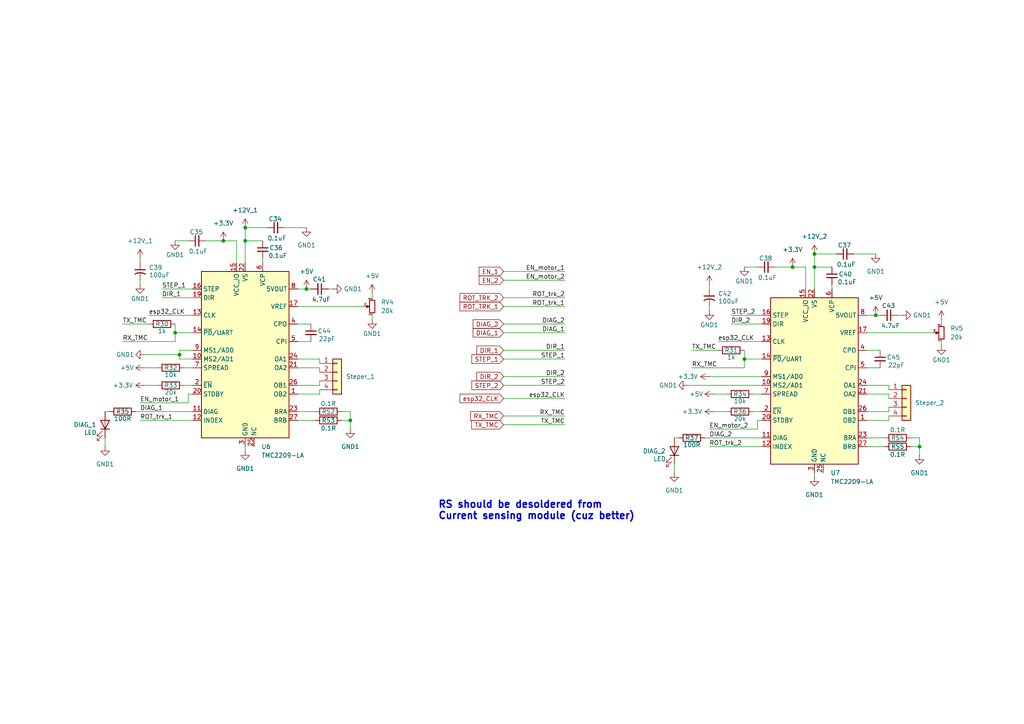
<source format=kicad_sch>
(kicad_sch (version 20250114) (generator "eeschema") (generator_version "9.0")
  (paper "A4")
  (lib_symbols
    (symbol "Device:C_Small" (pin_numbers (hide yes)) (pin_names (offset 0.254) (hide yes))
      (property "Reference" "C" (at 0.254 1.778 0))
      (property "Value" "C_Small" (at 0.254 -2.032 0))
      (symbol "C_Small_0_1"
        (polyline (pts (xy -1.524 0.508) (xy 1.524 0.508)) (stroke (width 0.3048)))
        (polyline (pts (xy -1.524 -0.508) (xy 1.524 -0.508)) (stroke (width 0.3302)))
      )
      (symbol "C_Small_1_1"
        (pin passive line (at 0 2.54 270) (length 2.032) (name "~") (number "1"))
        (pin passive line (at 0 -2.54 90) (length 2.032) (name "~") (number "2"))
      )
    )
    (symbol "Device:C_Small_US" (pin_numbers (hide yes)) (pin_names (offset 0.254) (hide yes))
      (property "Reference" "C" (at 0.254 1.778 0))
      (property "Value" "C_Small_US" (at 0.254 -2.032 0))
      (symbol "C_Small_US_0_1"
        (polyline (pts (xy -1.524 0.508) (xy 1.524 0.508)) (stroke (width 0.3048)))
        (arc (start -1.524 -0.762) (mid 0 -0.3734) (end 1.524 -0.762) (stroke (width 0.3048)))
      )
      (symbol "C_Small_US_1_1"
        (pin passive line (at 0 2.54 270) (length 2.032) (name "~") (number "1"))
        (pin passive line (at 0 -2.54 90) (length 2.032) (name "~") (number "2"))
      )
    )
    (symbol "Device:LED" (pin_numbers (hide yes)) (pin_names (offset 1.016) (hide yes))
      (property "Reference" "D" (at 0 2.54 0))
      (property "Value" "LED" (at 0 -2.54 0))
      (symbol "LED_0_1"
        (polyline (pts (xy -3.048 -0.762) (xy -4.572 -2.286) (xy -3.81 -2.286) (xy -4.572 -2.286) (xy -4.572 -1.524)))
        (polyline (pts (xy -1.778 -0.762) (xy -3.302 -2.286) (xy -2.54 -2.286) (xy -3.302 -2.286) (xy -3.302 -1.524)))
        (polyline (pts (xy -1.27 0) (xy 1.27 0)))
        (polyline (pts (xy -1.27 -1.27) (xy -1.27 1.27)) (stroke (width 0.254)))
        (polyline (pts (xy 1.27 -1.27) (xy 1.27 1.27) (xy -1.27 0) (xy 1.27 -1.27)) (stroke (width 0.254)))
      )
      (symbol "LED_1_1"
        (pin passive line (at -3.81 0 0) (length 2.54) (name "K") (number "1"))
        (pin passive line (at 3.81 0 180) (length 2.54) (name "A") (number "2"))
      )
    )
    (symbol "Device:R" (pin_numbers (hide yes)) (pin_names (offset 0))
      (property "Reference" "R" (at 2.032 0 90))
      (property "Value" "R" (at 0 0 90))
      (symbol "R_0_1"
        (rectangle (start -1.016 -2.54) (end 1.016 2.54) (stroke (width 0.254)))
      )
      (symbol "R_1_1"
        (pin passive line (at 0 3.81 270) (length 1.27) (name "~") (number "1"))
        (pin passive line (at 0 -3.81 90) (length 1.27) (name "~") (number "2"))
      )
    )
    (symbol "Device:R_Potentiometer_Small" (pin_names (offset 1.016) (hide yes))
      (property "Reference" "RV" (at -4.445 0 90))
      (property "Value" "R_Potentiometer_Small" (at -2.54 0 90))
      (symbol "R_Potentiometer_Small_0_1"
        (rectangle (start 0.762 1.8034) (end -0.762 -1.8034) (stroke (width 0.254)))
        (polyline (pts (xy 0.889 0) (xy 0.635 0) (xy 1.651 0.381) (xy 1.651 -0.381) (xy 0.635 0) (xy 0.889 0)) (fill (type outline)))
      )
      (symbol "R_Potentiometer_Small_1_1"
        (pin passive line (at 0 2.54 270) (length 0.635) (name "1") (number "1"))
        (pin passive line (at 0 -2.54 90) (length 0.635) (name "3") (number "3"))
        (pin passive line (at 2.54 0 180) (length 0.9906) (name "2") (number "2"))
      )
    )
    (symbol "Driver_Motor:TMC2209-LA"
      (property "Reference" "U" (at -11.684 26.924 0))
      (property "Value" "TMC2209-LA" (at 13.208 26.924 0))
      (symbol "TMC2209-LA_0_1"
        (rectangle (start -12.7 25.4) (end 12.7 -22.86) (stroke (width 0.254)) (fill (type background)))
      )
      (symbol "TMC2209-LA_1_1"
        (pin input line (at -15.24 20.32 0) (length 2.54) (name "STEP") (number "16"))
        (pin input line (at -15.24 17.78 0) (length 2.54) (name "DIR") (number "19"))
        (pin input line (at -15.24 12.7 0) (length 2.54) (name "CLK") (number "13"))
        (pin bidirectional line (at -15.24 7.62 0) (length 2.54) (name "~{PD}/UART") (number "14"))
        (pin input line (at -15.24 2.54 0) (length 2.54) (name "MS1/AD0") (number "9"))
        (pin input line (at -15.24 0 0) (length 2.54) (name "MS2/AD1") (number "10"))
        (pin input line (at -15.24 -2.54 0) (length 2.54) (name "SPREAD") (number "7"))
        (pin input line (at -15.24 -7.62 0) (length 2.54) (name "~{EN}") (number "2"))
        (pin input line (at -15.24 -10.16 0) (length 2.54) (name "STDBY") (number "20"))
        (pin output line (at -15.24 -15.24 0) (length 2.54) (name "DIAG") (number "11"))
        (pin output line (at -15.24 -17.78 0) (length 2.54) (name "INDEX") (number "12"))
        (pin power_in line (at -2.54 27.94 270) (length 2.54) (name "VCC_IO") (number "15"))
        (pin power_in line (at 0 27.94 270) (length 2.54) (name "VS") (number "22"))
        (pin passive line (at 0 27.94 270) (length 2.54) (hide yes) (name "VS") (number "28"))
        (pin passive line (at 0 -25.4 90) (length 2.54) (hide yes) (name "GND") (number "18"))
        (pin passive line (at 0 -25.4 90) (length 2.54) (hide yes) (name "GND") (number "29"))
        (pin power_in line (at 0 -25.4 90) (length 2.54) (name "GND") (number "3"))
        (pin passive line (at 2.54 -25.4 90) (length 2.54) (name "NC") (number "25"))
        (pin output line (at 5.08 27.94 270) (length 2.54) (name "VCP") (number "6"))
        (pin power_out line (at 15.24 20.32 180) (length 2.54) (name "5VOUT") (number "8"))
        (pin passive line (at 15.24 15.24 180) (length 2.54) (name "VREF") (number "17"))
        (pin input line (at 15.24 10.16 180) (length 2.54) (name "CPO") (number "4"))
        (pin input line (at 15.24 5.08 180) (length 2.54) (name "CPI") (number "5"))
        (pin output line (at 15.24 0 180) (length 2.54) (name "OA1") (number "24"))
        (pin output line (at 15.24 -2.54 180) (length 2.54) (name "OA2") (number "21"))
        (pin output line (at 15.24 -7.62 180) (length 2.54) (name "OB1") (number "26"))
        (pin output line (at 15.24 -10.16 180) (length 2.54) (name "OB2") (number "1"))
        (pin input line (at 15.24 -15.24 180) (length 2.54) (name "BRA") (number "23"))
        (pin input line (at 15.24 -17.78 180) (length 2.54) (name "BRB") (number "27"))
      )
    )
    (symbol "PCM_4ms_Connector:Conn_01x04" (pin_names (offset 1.016) (hide yes))
      (property "Reference" "J" (at 0 5.08 0))
      (property "Value" "Conn_01x04" (at 0 -7.62 0))
      (symbol "Conn_01x04_1_1"
        (rectangle (start -1.27 3.81) (end 1.27 -6.35) (stroke (width 0.254)) (fill (type background)))
        (rectangle (start -1.27 2.667) (end 0 2.413) (stroke (width 0.1524)))
        (rectangle (start -1.27 0.127) (end 0 -0.127) (stroke (width 0.1524)))
        (rectangle (start -1.27 -2.413) (end 0 -2.667) (stroke (width 0.1524)))
        (rectangle (start -1.27 -4.953) (end 0 -5.207) (stroke (width 0.1524)))
        (pin passive line (at -5.08 2.54 0) (length 3.81) (name "Pin_1") (number "1"))
        (pin passive line (at -5.08 0 0) (length 3.81) (name "Pin_2") (number "2"))
        (pin passive line (at -5.08 -2.54 0) (length 3.81) (name "Pin_3") (number "3"))
        (pin passive line (at -5.08 -5.08 0) (length 3.81) (name "Pin_4") (number "4"))
      )
    )
    (symbol "power:+12V" (power) (pin_numbers (hide yes)) (pin_names (offset 0) (hide yes))
      (property "Value" "+12V" (at 0 3.556 0))
      (symbol "+12V_0_1"
        (polyline (pts (xy -0.762 1.27) (xy 0 2.54)))
        (polyline (pts (xy 0 2.54) (xy 0.762 1.27)))
        (polyline (pts (xy 0 0) (xy 0 2.54)))
      )
      (symbol "+12V_1_1"
        (pin power_in line (at 0 0 90) (length 0) (name "~") (number "1"))
      )
    )
    (symbol "power:+3.3V" (power) (pin_numbers (hide yes)) (pin_names (offset 0) (hide yes))
      (property "Value" "+3.3V" (at 0 3.556 0))
      (symbol "+3.3V_0_1"
        (polyline (pts (xy -0.762 1.27) (xy 0 2.54)))
        (polyline (pts (xy 0 2.54) (xy 0.762 1.27)))
        (polyline (pts (xy 0 0) (xy 0 2.54)))
      )
      (symbol "+3.3V_1_1"
        (pin power_in line (at 0 0 90) (length 0) (name "~") (number "1"))
      )
    )
    (symbol "power:+5V" (power) (pin_numbers (hide yes)) (pin_names (offset 0) (hide yes))
      (property "Value" "+5V" (at 0 3.556 0))
      (symbol "+5V_0_1"
        (polyline (pts (xy -0.762 1.27) (xy 0 2.54)))
        (polyline (pts (xy 0 2.54) (xy 0.762 1.27)))
        (polyline (pts (xy 0 0) (xy 0 2.54)))
      )
      (symbol "+5V_1_1"
        (pin power_in line (at 0 0 90) (length 0) (name "~") (number "1"))
      )
    )
    (symbol "power:GND" (power) (pin_numbers (hide yes)) (pin_names (offset 0) (hide yes))
      (property "Value" "GND" (at 0 -3.81 0))
      (symbol "GND_0_1"
        (polyline (pts (xy 0 0) (xy 0 -1.27) (xy 1.27 -1.27) (xy 0 -2.54) (xy -1.27 -1.27) (xy 0 -1.27)))
      )
      (symbol "GND_1_1"
        (pin power_in line (at 0 0 270) (length 0) (name "~") (number "1"))
      )
    )
  )
  (text "RS should be desoldered from \nCurrent sensing module (cuz better)" (at 127 148.082 0) (effects (font (size 2.032 2.032) (thickness 0.4064) (bold yes)) (justify left)))
  (junction (at 101.6 121.92))
  (junction (at 52.07 102.87))
  (junction (at 254 91.44))
  (junction (at 236.22 73.66))
  (junction (at 71.12 69.85))
  (junction (at 266.7 129.54))
  (junction (at 236.22 77.47))
  (junction (at 64.77 69.85))
  (junction (at 229.87 77.47))
  (junction (at 50.8 96.52))
  (junction (at 215.9 104.14))
  (junction (at 88.9 83.82))
  (junction (at 71.12 66.04))
  (wire (pts (xy 266.7 127) (xy 266.7 129.54)))
  (wire (pts (xy 43.18 93.98) (xy 35.56 93.98)))
  (wire (pts (xy 251.46 96.52) (xy 270.51 96.52)))
  (wire (pts (xy 92.71 111.76) (xy 92.71 110.49)))
  (wire (pts (xy 208.28 101.6) (xy 200.66 101.6)))
  (wire (pts (xy 207.01 114.3) (xy 210.82 114.3)))
  (wire (pts (xy 101.6 124.46) (xy 101.6 121.92)))
  (wire (pts (xy 41.91 111.76) (xy 45.72 111.76)))
  (wire (pts (xy 212.09 91.44) (xy 220.98 91.44)))
  (wire (pts (xy 86.36 83.82) (xy 88.9 83.82)))
  (wire (pts (xy 59.69 69.85) (xy 64.77 69.85)))
  (wire (pts (xy 146.05 93.98) (xy 163.83 93.98)))
  (wire (pts (xy 200.66 106.68) (xy 215.9 106.68)))
  (wire (pts (xy 236.22 77.47) (xy 241.3 77.47)))
  (wire (pts (xy 68.58 69.85) (xy 68.58 76.2)))
  (wire (pts (xy 251.46 106.68) (xy 255.27 106.68)))
  (wire (pts (xy 92.71 106.68) (xy 86.36 106.68)))
  (wire (pts (xy 218.44 114.3) (xy 220.98 114.3)))
  (wire (pts (xy 30.48 127) (xy 30.48 129.54)))
  (wire (pts (xy 273.05 99.06) (xy 273.05 100.33)))
  (wire (pts (xy 207.01 119.38) (xy 210.82 119.38)))
  (wire (pts (xy 146.05 111.76) (xy 163.83 111.76)))
  (wire (pts (xy 218.44 119.38) (xy 220.98 119.38)))
  (wire (pts (xy 64.77 69.85) (xy 68.58 69.85)))
  (wire (pts (xy 99.06 119.38) (xy 101.6 119.38)))
  (wire (pts (xy 254 91.44) (xy 255.27 91.44)))
  (wire (pts (xy 146.05 120.65) (xy 163.83 120.65)))
  (wire (pts (xy 50.8 93.98) (xy 50.8 96.52)))
  (wire (pts (xy 257.81 121.92) (xy 251.46 121.92)))
  (wire (pts (xy 92.71 111.76) (xy 86.36 111.76)))
  (wire (pts (xy 86.36 121.92) (xy 91.44 121.92)))
  (wire (pts (xy 215.9 101.6) (xy 215.9 104.14)))
  (wire (pts (xy 205.74 109.22) (xy 220.98 109.22)))
  (wire (pts (xy 92.71 104.14) (xy 86.36 104.14)))
  (wire (pts (xy 205.74 82.55) (xy 205.74 83.82)))
  (wire (pts (xy 195.58 127) (xy 196.85 127)))
  (wire (pts (xy 88.9 83.82) (xy 90.17 83.82)))
  (wire (pts (xy 53.34 106.68) (xy 55.88 106.68)))
  (wire (pts (xy 257.81 114.3) (xy 257.81 115.57)))
  (wire (pts (xy 208.28 99.06) (xy 220.98 99.06)))
  (wire (pts (xy 273.05 92.71) (xy 273.05 93.98)))
  (wire (pts (xy 195.58 134.62) (xy 195.58 137.16)))
  (wire (pts (xy 260.35 91.44) (xy 261.62 91.44)))
  (wire (pts (xy 257.81 111.76) (xy 257.81 113.03)))
  (wire (pts (xy 86.36 99.06) (xy 90.17 99.06)))
  (wire (pts (xy 71.12 69.85) (xy 71.12 76.2)))
  (wire (pts (xy 219.71 77.47) (xy 215.9 77.47)))
  (wire (pts (xy 236.22 73.66) (xy 236.22 77.47)))
  (wire (pts (xy 54.61 114.3) (xy 55.88 114.3)))
  (wire (pts (xy 146.05 86.36) (xy 163.83 86.36)))
  (wire (pts (xy 219.71 124.46) (xy 219.71 121.92)))
  (wire (pts (xy 163.83 115.57) (xy 146.05 115.57)))
  (wire (pts (xy 266.7 129.54) (xy 264.16 129.54)))
  (wire (pts (xy 146.05 88.9) (xy 163.83 88.9)))
  (wire (pts (xy 251.46 129.54) (xy 256.54 129.54)))
  (wire (pts (xy 266.7 132.08) (xy 266.7 129.54)))
  (wire (pts (xy 92.71 114.3) (xy 92.71 113.03)))
  (wire (pts (xy 52.07 104.14) (xy 52.07 102.87)))
  (wire (pts (xy 40.64 121.92) (xy 55.88 121.92)))
  (wire (pts (xy 39.37 119.38) (xy 55.88 119.38)))
  (wire (pts (xy 146.05 101.6) (xy 163.83 101.6)))
  (wire (pts (xy 146.05 78.74) (xy 163.83 78.74)))
  (wire (pts (xy 86.36 119.38) (xy 91.44 119.38)))
  (wire (pts (xy 251.46 101.6) (xy 255.27 101.6)))
  (wire (pts (xy 46.99 86.36) (xy 55.88 86.36)))
  (wire (pts (xy 43.18 91.44) (xy 55.88 91.44)))
  (wire (pts (xy 146.05 81.28) (xy 163.83 81.28)))
  (wire (pts (xy 95.25 83.82) (xy 96.52 83.82)))
  (wire (pts (xy 247.65 73.66) (xy 254 73.66)))
  (wire (pts (xy 224.79 77.47) (xy 229.87 77.47)))
  (wire (pts (xy 86.36 93.98) (xy 90.17 93.98)))
  (wire (pts (xy 71.12 66.04) (xy 77.47 66.04)))
  (wire (pts (xy 251.46 127) (xy 256.54 127)))
  (wire (pts (xy 219.71 121.92) (xy 220.98 121.92)))
  (wire (pts (xy 54.61 69.85) (xy 50.8 69.85)))
  (wire (pts (xy 215.9 104.14) (xy 220.98 104.14)))
  (wire (pts (xy 40.64 74.93) (xy 40.64 76.2)))
  (wire (pts (xy 146.05 109.22) (xy 163.83 109.22)))
  (wire (pts (xy 257.81 119.38) (xy 251.46 119.38)))
  (wire (pts (xy 146.05 96.52) (xy 163.83 96.52)))
  (wire (pts (xy 101.6 119.38) (xy 101.6 121.92)))
  (wire (pts (xy 236.22 77.47) (xy 236.22 83.82)))
  (wire (pts (xy 71.12 66.04) (xy 71.12 69.85)))
  (wire (pts (xy 205.74 90.17) (xy 205.74 88.9)))
  (wire (pts (xy 92.71 114.3) (xy 86.36 114.3)))
  (wire (pts (xy 205.74 129.54) (xy 220.98 129.54)))
  (wire (pts (xy 257.81 119.38) (xy 257.81 118.11)))
  (wire (pts (xy 46.99 83.82) (xy 55.88 83.82)))
  (wire (pts (xy 76.2 74.93) (xy 76.2 76.2)))
  (wire (pts (xy 41.91 106.68) (xy 45.72 106.68)))
  (wire (pts (xy 53.34 111.76) (xy 55.88 111.76)))
  (wire (pts (xy 52.07 101.6) (xy 55.88 101.6)))
  (wire (pts (xy 241.3 82.55) (xy 241.3 83.82)))
  (wire (pts (xy 205.74 124.46) (xy 219.71 124.46)))
  (wire (pts (xy 251.46 91.44) (xy 254 91.44)))
  (wire (pts (xy 86.36 88.9) (xy 105.41 88.9)))
  (wire (pts (xy 50.8 99.06) (xy 50.8 96.52)))
  (wire (pts (xy 236.22 137.16) (xy 236.22 138.43)))
  (wire (pts (xy 236.22 73.66) (xy 242.57 73.66)))
  (wire (pts (xy 264.16 127) (xy 266.7 127)))
  (wire (pts (xy 257.81 121.92) (xy 257.81 120.65)))
  (wire (pts (xy 107.95 91.44) (xy 107.95 92.71)))
  (wire (pts (xy 257.81 114.3) (xy 251.46 114.3)))
  (wire (pts (xy 146.05 123.19) (xy 163.83 123.19)))
  (wire (pts (xy 54.61 116.84) (xy 54.61 114.3)))
  (wire (pts (xy 52.07 102.87) (xy 52.07 101.6)))
  (wire (pts (xy 30.48 119.38) (xy 31.75 119.38)))
  (wire (pts (xy 257.81 111.76) (xy 251.46 111.76)))
  (wire (pts (xy 41.91 102.87) (xy 52.07 102.87)))
  (wire (pts (xy 199.39 111.76) (xy 220.98 111.76)))
  (wire (pts (xy 82.55 66.04) (xy 88.9 66.04)))
  (wire (pts (xy 55.88 104.14) (xy 52.07 104.14)))
  (wire (pts (xy 40.64 82.55) (xy 40.64 81.28)))
  (wire (pts (xy 229.87 77.47) (xy 233.68 77.47)))
  (wire (pts (xy 212.09 93.98) (xy 220.98 93.98)))
  (wire (pts (xy 92.71 106.68) (xy 92.71 107.95)))
  (wire (pts (xy 215.9 106.68) (xy 215.9 104.14)))
  (wire (pts (xy 146.05 104.14) (xy 163.83 104.14)))
  (wire (pts (xy 50.8 96.52) (xy 55.88 96.52)))
  (wire (pts (xy 233.68 77.47) (xy 233.68 83.82)))
  (wire (pts (xy 92.71 104.14) (xy 92.71 105.41)))
  (wire (pts (xy 107.95 85.09) (xy 107.95 86.36)))
  (wire (pts (xy 101.6 121.92) (xy 99.06 121.92)))
  (wire (pts (xy 35.56 99.06) (xy 50.8 99.06)))
  (wire (pts (xy 40.64 116.84) (xy 54.61 116.84)))
  (wire (pts (xy 71.12 129.54) (xy 71.12 130.81)))
  (wire (pts (xy 71.12 69.85) (xy 76.2 69.85)))
  (wire (pts (xy 204.47 127) (xy 220.98 127)))
  (label "DIAG_2" (at 163.83 93.98 180))
  (label "ROT_trk_1" (at 40.64 121.92 0))
  (label "DIAG_1" (at 40.64 119.38 0))
  (label "DIR_2" (at 212.09 93.98 0))
  (label "RX_TMC" (at 35.56 99.06 0))
  (label "DIR_2" (at 163.83 109.22 180))
  (label "esp32_CLK" (at 163.83 115.57 180))
  (label "TX_TMC" (at 35.56 93.98 0))
  (label "TX_TMC" (at 163.83 123.19 180))
  (label "ROT_trk_1" (at 163.83 88.9 180))
  (label "DIR_1" (at 46.99 86.36 0))
  (label "DIAG_2" (at 205.74 127 0))
  (label "RX_TMC" (at 163.83 120.65 180))
  (label "STEP_2" (at 163.83 111.76 180))
  (label "DIR_1" (at 163.83 101.6 180))
  (label "STEP_2" (at 212.09 91.44 0))
  (label "ROT_trk_2" (at 205.74 129.54 0))
  (label "esp32_CLK" (at 208.28 99.06 0))
  (label "ROT_trk_2" (at 163.83 86.36 180))
  (label "RX_TMC" (at 200.66 106.68 0))
  (label "esp32_CLK" (at 43.18 91.44 0))
  (label "EN_motor_2" (at 205.74 124.46 0))
  (label "EN_motor_2" (at 163.83 81.28 180))
  (label "TX_TMC" (at 200.66 101.6 0))
  (label "EN_motor_1" (at 40.64 116.84 0))
  (label "STEP_1" (at 163.83 104.14 180))
  (label "EN_motor_1" (at 163.83 78.74 180))
  (label "STEP_1" (at 46.99 83.82 0))
  (label "DIAG_1" (at 163.83 96.52 180))
  (global_label "DIAG_2" (shape input) (at 146.05 93.98 180) (property "Intersheetrefs" "${INTERSHEET_REFS}" (effects (hide yes))))
  (global_label "ROT_TRK_2" (shape input) (at 146.05 86.36 180) (property "Intersheetrefs" "${INTERSHEET_REFS}" (effects (hide yes))))
  (global_label "EN_2" (shape input) (at 146.05 81.28 180) (property "Intersheetrefs" "${INTERSHEET_REFS}" (effects (hide yes))))
  (global_label "RX_TMC" (shape input) (at 146.05 120.65 180) (property "Intersheetrefs" "${INTERSHEET_REFS}" (effects (hide yes))))
  (global_label "DIR_2" (shape input) (at 146.05 109.22 180) (property "Intersheetrefs" "${INTERSHEET_REFS}" (effects (hide yes))))
  (global_label "ROT_TRK_1" (shape input) (at 146.05 88.9 180) (property "Intersheetrefs" "${INTERSHEET_REFS}" (effects (hide yes))))
  (global_label "STEP_2" (shape input) (at 146.05 111.76 180) (property "Intersheetrefs" "${INTERSHEET_REFS}" (effects (hide yes))))
  (global_label "DIR_1" (shape input) (at 146.05 101.6 180) (property "Intersheetrefs" "${INTERSHEET_REFS}" (effects (hide yes))))
  (global_label "STEP_1" (shape input) (at 146.05 104.14 180) (property "Intersheetrefs" "${INTERSHEET_REFS}" (effects (hide yes))))
  (global_label "esp32_CLK" (shape input) (at 146.05 115.57 180) (property "Intersheetrefs" "${INTERSHEET_REFS}" (effects (hide yes))))
  (global_label "EN_1" (shape input) (at 146.05 78.74 180) (property "Intersheetrefs" "${INTERSHEET_REFS}" (effects (hide yes))))
  (global_label "DIAG_1" (shape input) (at 146.05 96.52 180) (property "Intersheetrefs" "${INTERSHEET_REFS}" (effects (hide yes))))
  (global_label "TX_TMC" (shape input) (at 146.05 123.19 180) (property "Intersheetrefs" "${INTERSHEET_REFS}" (effects (hide yes))))
  (symbol (lib_id "power:+5V") (at 254 91.44 0) (unit 1)
    (property "Reference" "#PWR0114" (effects (hide yes)))
    (property "Value" "+5V" (at 254 86.36 0))
    (property "Description" "Power symbol creates a global label with name \"+5V\"" (effects (hide yes)))
  )
  (symbol (lib_id "Device:R") (at 212.09 101.6 90) (unit 1)
    (property "Reference" "R31" (at 212.09 101.6 90))
    (property "Value" "1k" (at 212.09 103.632 90))
    (property "Footprint" "PCM_4ms_Resistor:R_0603" (effects (hide yes)))
    (property "Description" "Resistor" (effects (hide yes)))
  )
  (symbol (lib_id "power:+5V") (at 41.91 106.68 90) (unit 1)
    (property "Reference" "#PWR0120" (effects (hide yes)))
    (property "Value" "+5V" (at 36.83 106.68 90))
    (property "Description" "Power symbol creates a global label with name \"+5V\"" (effects (hide yes)))
  )
  (symbol (lib_id "power:GND") (at 195.58 137.16 0) (unit 1)
    (property "Reference" "#PWR0130" (effects (hide yes)))
    (property "Value" "GND1" (at 195.58 142.24 0))
    (property "Description" "Power symbol creates a global label with name \"GND\" , ground" (effects (hide yes)))
  )
  (symbol (lib_id "power:+12V") (at 236.22 73.66 0) (unit 1)
    (property "Reference" "#PWR0103" (effects (hide yes)))
    (property "Value" "+12V_2" (at 236.22 68.58 0))
    (property "Description" "Power symbol creates a global label with name \"+12V\"" (effects (hide yes)))
  )
  (symbol (lib_id "Device:C_Small") (at 76.2 72.39 0) (mirror y) (unit 1)
    (property "Reference" "C36" (at 82.042 71.882 0) (effects (justify left)))
    (property "Value" "0.1uF" (at 83.312 74.168 0) (effects (justify left)))
    (property "Footprint" "PCM_4ms_Capacitor:C_0603" (effects (hide yes)))
    (property "Description" "Unpolarized capacitor, small symbol" (effects (hide yes)))
  )
  (symbol (lib_id "power:+3.3V") (at 64.77 69.85 0) (unit 1)
    (property "Reference" "#PWR0102" (effects (hide yes)))
    (property "Value" "+3.3V" (at 64.77 64.77 0))
    (property "Description" "Power symbol creates a global label with name \"+3.3V\"" (effects (hide yes)))
  )
  (symbol (lib_id "Device:R") (at 49.53 111.76 90) (unit 1)
    (property "Reference" "R33" (at 49.53 111.76 90))
    (property "Value" "20k" (at 49.53 113.792 90))
    (property "Footprint" "PCM_4ms_Resistor:R_0603" (effects (hide yes)))
    (property "Description" "Resistor" (effects (hide yes)))
  )
  (symbol (lib_id "Device:C_Small") (at 222.25 77.47 90) (unit 1)
    (property "Reference" "C38" (at 224.028 74.93 90) (effects (justify left)))
    (property "Value" "0.1uF" (at 225.298 80.518 90) (effects (justify left)))
    (property "Footprint" "PCM_4ms_Capacitor:C_0603" (effects (hide yes)))
    (property "Description" "Unpolarized capacitor, small symbol" (effects (hide yes)))
  )
  (symbol (lib_id "power:+5V") (at 88.9 83.82 0) (unit 1)
    (property "Reference" "#PWR0110" (effects (hide yes)))
    (property "Value" "+5V" (at 88.9 78.74 0))
    (property "Description" "Power symbol creates a global label with name \"+5V\"" (effects (hide yes)))
  )
  (symbol (lib_id "power:+3.3V") (at 41.91 111.76 90) (unit 1)
    (property "Reference" "#PWR0122" (effects (hide yes)))
    (property "Value" "+3.3V" (at 38.608 111.76 90) (effects (justify left)))
    (property "Description" "Power symbol creates a global label with name \"+3.3V\"" (effects (hide yes)))
  )
  (symbol (lib_id "power:GND") (at 215.9 77.47 0) (unit 1)
    (property "Reference" "#PWR0106" (effects (hide yes)))
    (property "Value" "GND1" (at 215.9 81.534 0))
    (property "Description" "Power symbol creates a global label with name \"GND\" , ground" (effects (hide yes)))
  )
  (symbol (lib_id "Device:C_Small") (at 255.27 104.14 0) (mirror y) (unit 1)
    (property "Reference" "C45" (at 261.112 103.632 0) (effects (justify left)))
    (property "Value" "22pF" (at 262.382 105.918 0) (effects (justify left)))
    (property "Footprint" "PCM_4ms_Capacitor:C_0603" (effects (hide yes)))
    (property "Description" "Unpolarized capacitor, small symbol" (effects (hide yes)))
  )
  (symbol (lib_id "power:GND") (at 101.6 124.46 0) (unit 1)
    (property "Reference" "#PWR0126" (effects (hide yes)))
    (property "Value" "GND1" (at 101.6 129.54 0))
    (property "Description" "Power symbol creates a global label with name \"GND\" , ground" (effects (hide yes)))
  )
  (symbol (lib_id "Device:R_Potentiometer_Small") (at 273.05 96.52 180) (unit 1)
    (property "Reference" "RV5" (at 275.59 95.2499 0) (effects (justify right)))
    (property "Value" "20k" (at 275.59 97.7899 0) (effects (justify right)))
    (property "Footprint" "Potentiometer_SMD:Potentiometer_Bourns_TC33X_Vertical" (effects (hide yes)))
    (property "Description" "Potentiometer" (effects (hide yes)))
  )
  (symbol (lib_id "Device:R") (at 95.25 121.92 90) (unit 1)
    (property "Reference" "RS3" (at 95.25 121.92 90))
    (property "Value" "0.1R" (at 95.25 124.206 90))
    (property "Footprint" "PCM_4ms_Resistor:R_1206_3216Metric" (effects (hide yes)))
    (property "Description" "Resistor" (effects (hide yes)))
  )
  (symbol (lib_id "Device:C_Small") (at 57.15 69.85 90) (unit 1)
    (property "Reference" "C35" (at 58.928 67.31 90) (effects (justify left)))
    (property "Value" "0.1uF" (at 60.198 72.898 90) (effects (justify left)))
    (property "Footprint" "PCM_4ms_Capacitor:C_0603" (effects (hide yes)))
    (property "Description" "Unpolarized capacitor, small symbol" (effects (hide yes)))
  )
  (symbol (lib_id "power:+12V") (at 205.74 82.55 0) (unit 1)
    (property "Reference" "#PWR0109" (effects (hide yes)))
    (property "Value" "+12V_2" (at 205.74 77.47 0))
    (property "Description" "Power symbol creates a global label with name \"+12V\"" (effects (hide yes)))
  )
  (symbol (lib_id "power:GND") (at 71.12 130.81 0) (unit 1)
    (property "Reference" "#PWR0128" (effects (hide yes)))
    (property "Value" "GND1" (at 71.12 135.89 0))
    (property "Description" "Power symbol creates a global label with name \"GND\" , ground" (effects (hide yes)))
  )
  (symbol (lib_id "power:+12V") (at 40.64 74.93 0) (unit 1)
    (property "Reference" "#PWR0105" (effects (hide yes)))
    (property "Value" "+12V_1" (at 40.64 69.85 0))
    (property "Description" "Power symbol creates a global label with name \"+12V\"" (effects (hide yes)))
  )
  (symbol (lib_id "Device:C_Small") (at 80.01 66.04 90) (unit 1)
    (property "Reference" "C34" (at 81.788 63.5 90) (effects (justify left)))
    (property "Value" "0.1uF" (at 83.058 69.088 90) (effects (justify left)))
    (property "Footprint" "PCM_4ms_Capacitor:C_0603" (effects (hide yes)))
    (property "Description" "Unpolarized capacitor, small symbol" (effects (hide yes)))
  )
  (symbol (lib_id "Device:C_Small") (at 245.11 73.66 90) (unit 1)
    (property "Reference" "C37" (at 246.888 71.12 90) (effects (justify left)))
    (property "Value" "0.1uF" (at 248.158 76.708 90) (effects (justify left)))
    (property "Footprint" "PCM_4ms_Capacitor:C_0603" (effects (hide yes)))
    (property "Description" "Unpolarized capacitor, small symbol" (effects (hide yes)))
  )
  (symbol (lib_id "power:GND") (at 50.8 69.85 0) (unit 1)
    (property "Reference" "#PWR0101" (effects (hide yes)))
    (property "Value" "GND1" (at 50.8 73.914 0))
    (property "Description" "Power symbol creates a global label with name \"GND\" , ground" (effects (hide yes)))
  )
  (symbol (lib_id "Driver_Motor:TMC2209-LA") (at 71.12 104.14 0) (unit 1)
    (property "Reference" "U6" (at 75.8033 129.54 0) (effects (justify left)))
    (property "Value" "TMC2209-LA" (at 75.8033 132.08 0) (effects (justify left)))
    (property "Footprint" "Package_DFN_QFN:VQFN-28-1EP_5x5mm_P0.5mm_EP3.7x3.7mm_ThermalVias" (effects (hide yes)))
    (property "Datasheet" "https://www.analog.com/media/en/technical-documentation/data-sheets/TMC2209_datasheet_rev1.09.pdf" (effects (hide yes)))
    (property "Description" "2-phase stepper motor driver, 256 µSteps, 2.8A peak, 2.0A RMS, VS = 4.75..29V, STEP/DIR and UART interface, VQFN-28" (effects (hide yes)))
  )
  (symbol (lib_id "power:GND") (at 273.05 100.33 0) (unit 1)
    (property "Reference" "#PWR0118" (effects (hide yes)))
    (property "Value" "GND1" (at 273.05 104.394 0))
    (property "Description" "Power symbol creates a global label with name \"GND\" , ground" (effects (hide yes)))
  )
  (symbol (lib_id "power:GND") (at 40.64 82.55 0) (unit 1)
    (property "Reference" "#PWR0108" (effects (hide yes)))
    (property "Value" "GND1" (at 40.64 86.614 0))
    (property "Description" "Power symbol creates a global label with name \"GND\" , ground" (effects (hide yes)))
  )
  (symbol (lib_id "Device:R") (at 95.25 119.38 90) (mirror x) (unit 1)
    (property "Reference" "RS2" (at 95.25 119.38 90))
    (property "Value" "0.1R" (at 95.25 117.094 90))
    (property "Footprint" "PCM_4ms_Resistor:R_1206_3216Metric" (effects (hide yes)))
    (property "Description" "Resistor" (effects (hide yes)))
  )
  (symbol (lib_id "Device:C_Small") (at 90.17 96.52 0) (mirror y) (unit 1)
    (property "Reference" "C44" (at 96.012 96.012 0) (effects (justify left)))
    (property "Value" "22pF" (at 97.282 98.298 0) (effects (justify left)))
    (property "Footprint" "PCM_4ms_Capacitor:C_0603" (effects (hide yes)))
    (property "Description" "Unpolarized capacitor, small symbol" (effects (hide yes)))
  )
  (symbol (lib_id "Device:R") (at 46.99 93.98 90) (unit 1)
    (property "Reference" "R30" (at 46.99 93.98 90))
    (property "Value" "1k" (at 46.99 96.012 90))
    (property "Footprint" "PCM_4ms_Resistor:R_0603" (effects (hide yes)))
    (property "Description" "Resistor" (effects (hide yes)))
  )
  (symbol (lib_id "Device:LED") (at 30.48 123.19 270) (mirror x) (unit 1)
    (property "Reference" "DIAG_1" (at 21.336 123.19 90) (effects (justify left)))
    (property "Value" "LED" (at 24.384 125.476 90) (effects (justify left)))
    (property "Footprint" "PCM_LED_SMD_AKL:LED_0603_1608Metric_Pad1.05x0.95mm" (effects (hide yes)))
    (property "Description" "Light emitting diode" (effects (hide yes)))
    (property "Sim.Pins" "1=K 2=A" (effects (hide yes)))
  )
  (symbol (lib_id "Device:R") (at 35.56 119.38 90) (unit 1)
    (property "Reference" "R35" (at 35.56 119.38 90))
    (property "Value" "100R" (at 35.56 121.412 90))
    (property "Footprint" "PCM_4ms_Resistor:R_0603" (effects (hide yes)))
    (property "Description" "Resistor" (effects (hide yes)))
  )
  (symbol (lib_id "Device:C_Small") (at 241.3 80.01 0) (mirror y) (unit 1)
    (property "Reference" "C40" (at 247.142 79.502 0) (effects (justify left)))
    (property "Value" "0.1uF" (at 248.412 81.788 0) (effects (justify left)))
    (property "Footprint" "PCM_4ms_Capacitor:C_0603" (effects (hide yes)))
    (property "Description" "Unpolarized capacitor, small symbol" (effects (hide yes)))
  )
  (symbol (lib_id "power:+5V") (at 207.01 114.3 90) (unit 1)
    (property "Reference" "#PWR0124" (effects (hide yes)))
    (property "Value" "+5V" (at 201.93 114.3 90))
    (property "Description" "Power symbol creates a global label with name \"+5V\"" (effects (hide yes)))
  )
  (symbol (lib_id "Device:R") (at 260.35 127 90) (mirror x) (unit 1)
    (property "Reference" "RS4" (at 260.35 127 90))
    (property "Value" "0.1R" (at 260.35 124.714 90))
    (property "Footprint" "PCM_4ms_Resistor:R_1206_3216Metric" (effects (hide yes)))
    (property "Description" "Resistor" (effects (hide yes)))
  )
  (symbol (lib_id "power:+3.3V") (at 205.74 109.22 90) (unit 1)
    (property "Reference" "#PWR0121" (effects (hide yes)))
    (property "Value" "+3.3V" (at 202.438 109.22 90) (effects (justify left)))
    (property "Description" "Power symbol creates a global label with name \"+3.3V\"" (effects (hide yes)))
  )
  (symbol (lib_id "power:GND") (at 261.62 91.44 90) (unit 1)
    (property "Reference" "#PWR0115" (effects (hide yes)))
    (property "Value" "GND1" (at 267.462 91.44 90))
    (property "Description" "Power symbol creates a global label with name \"GND\" , ground" (effects (hide yes)))
  )
  (symbol (lib_id "Device:R") (at 214.63 114.3 90) (unit 1)
    (property "Reference" "R34" (at 214.63 114.3 90))
    (property "Value" "10k" (at 214.63 116.332 90))
    (property "Footprint" "PCM_4ms_Resistor:R_0603" (effects (hide yes)))
    (property "Description" "Resistor" (effects (hide yes)))
  )
  (symbol (lib_id "power:GND") (at 205.74 90.17 0) (unit 1)
    (property "Reference" "#PWR0113" (effects (hide yes)))
    (property "Value" "GND1" (at 205.74 94.234 0))
    (property "Description" "Power symbol creates a global label with name \"GND\" , ground" (effects (hide yes)))
  )
  (symbol (lib_id "power:GND") (at 236.22 138.43 0) (unit 1)
    (property "Reference" "#PWR0131" (effects (hide yes)))
    (property "Value" "GND1" (at 236.22 143.51 0))
    (property "Description" "Power symbol creates a global label with name \"GND\" , ground" (effects (hide yes)))
  )
  (symbol (lib_id "Device:R") (at 214.63 119.38 90) (unit 1)
    (property "Reference" "R36" (at 214.63 119.38 90))
    (property "Value" "20k" (at 214.63 121.412 90))
    (property "Footprint" "PCM_4ms_Resistor:R_0603" (effects (hide yes)))
    (property "Description" "Resistor" (effects (hide yes)))
  )
  (symbol (lib_id "power:+5V") (at 107.95 85.09 0) (unit 1)
    (property "Reference" "#PWR0112" (effects (hide yes)))
    (property "Value" "+5V" (at 107.95 80.01 0))
    (property "Description" "Power symbol creates a global label with name \"+5V\"" (effects (hide yes)))
  )
  (symbol (lib_id "power:+3.3V") (at 207.01 119.38 90) (unit 1)
    (property "Reference" "#PWR0125" (effects (hide yes)))
    (property "Value" "+3.3V" (at 203.708 119.38 90) (effects (justify left)))
    (property "Description" "Power symbol creates a global label with name \"+3.3V\"" (effects (hide yes)))
  )
  (symbol (lib_id "power:GND") (at 96.52 83.82 90) (unit 1)
    (property "Reference" "#PWR0111" (effects (hide yes)))
    (property "Value" "GND1" (at 102.362 83.82 90))
    (property "Description" "Power symbol creates a global label with name \"GND\" , ground" (effects (hide yes)))
  )
  (symbol (lib_id "power:GND") (at 107.95 92.71 0) (unit 1)
    (property "Reference" "#PWR0116" (effects (hide yes)))
    (property "Value" "GND1" (at 107.95 96.774 0))
    (property "Description" "Power symbol creates a global label with name \"GND\" , ground" (effects (hide yes)))
  )
  (symbol (lib_id "power:GND") (at 88.9 66.04 0) (unit 1)
    (property "Reference" "#PWR0100" (effects (hide yes)))
    (property "Value" "GND1" (at 88.9 71.12 0))
    (property "Description" "Power symbol creates a global label with name \"GND\" , ground" (effects (hide yes)))
  )
  (symbol (lib_id "Device:C_Small_US") (at 40.64 78.74 0) (unit 1)
    (property "Reference" "C39" (at 43.18 77.5969 0) (effects (justify left)))
    (property "Value" "100uF" (at 43.18 79.756 0) (effects (justify left)))
    (property "Footprint" "Capacitor_Tantalum_SMD:CP_EIA-3216-12_Kemet-S_HandSolder" (effects (hide yes)))
    (property "Description" "capacitor, small US symbol" (effects (hide yes)))
  )
  (symbol (lib_id "PCM_4ms_Connector:Conn_01x04") (at 262.89 115.57 0) (unit 1)
    (property "Reference" "Steper_2" (at 265.43 116.8399 0) (effects (justify left)))
    (property "Value" "Conn_01x04" (effects (hide yes)))
    (property "Footprint" "Connector_PinHeader_2.54mm:PinHeader_1x04_P2.54mm_Vertical" (effects (hide yes)))
    (property "Description" "HEADER 1x4 MALE PINS 0.100” 180deg" (effects (hide yes)))
    (property "Specifications" "HEADER 1x4 MALE PINS 0.100” 180deg" (effects (hide yes)))
    (property "Manufacturer" "TAD" (effects (hide yes)))
    (property "Part Number" "1-0401FBV0T" (effects (hide yes)))
  )
  (symbol (lib_id "power:+12V") (at 71.12 66.04 0) (unit 1)
    (property "Reference" "#PWR099" (effects (hide yes)))
    (property "Value" "+12V_1" (at 71.12 60.96 0))
    (property "Description" "Power symbol creates a global label with name \"+12V\"" (effects (hide yes)))
  )
  (symbol (lib_id "Device:R") (at 200.66 127 90) (unit 1)
    (property "Reference" "R37" (at 200.66 127 90))
    (property "Value" "100R" (at 200.66 129.032 90))
    (property "Footprint" "PCM_4ms_Resistor:R_0603" (effects (hide yes)))
    (property "Description" "Resistor" (effects (hide yes)))
  )
  (symbol (lib_id "power:GND") (at 254 73.66 0) (unit 1)
    (property "Reference" "#PWR0104" (effects (hide yes)))
    (property "Value" "GND1" (at 254 78.74 0))
    (property "Description" "Power symbol creates a global label with name \"GND\" , ground" (effects (hide yes)))
  )
  (symbol (lib_id "PCM_4ms_Connector:Conn_01x04") (at 97.79 107.95 0) (unit 1)
    (property "Reference" "Steper_1" (at 100.33 109.2199 0) (effects (justify left)))
    (property "Value" "Conn_01x04" (effects (hide yes)))
    (property "Footprint" "Connector_PinHeader_2.54mm:PinHeader_1x04_P2.54mm_Vertical" (effects (hide yes)))
    (property "Description" "HEADER 1x4 MALE PINS 0.100” 180deg" (effects (hide yes)))
    (property "Specifications" "HEADER 1x4 MALE PINS 0.100” 180deg" (effects (hide yes)))
    (property "Manufacturer" "TAD" (effects (hide yes)))
    (property "Part Number" "1-0401FBV0T" (effects (hide yes)))
  )
  (symbol (lib_id "power:+5V") (at 273.05 92.71 0) (unit 1)
    (property "Reference" "#PWR0117" (effects (hide yes)))
    (property "Value" "+5V" (at 273.05 87.63 0))
    (property "Description" "Power symbol creates a global label with name \"+5V\"" (effects (hide yes)))
  )
  (symbol (lib_id "Device:R") (at 49.53 106.68 90) (unit 1)
    (property "Reference" "R32" (at 49.53 106.68 90))
    (property "Value" "10k" (at 49.53 108.712 90))
    (property "Footprint" "PCM_4ms_Resistor:R_0603" (effects (hide yes)))
    (property "Description" "Resistor" (effects (hide yes)))
  )
  (symbol (lib_id "Device:C_Small") (at 92.71 83.82 270) (mirror x) (unit 1)
    (property "Reference" "C41" (at 90.678 81.026 90) (effects (justify left)))
    (property "Value" "4.7uF" (at 90.424 86.868 90) (effects (justify left)))
    (property "Footprint" "PCM_4ms_Capacitor:C_0603" (effects (hide yes)))
    (property "Description" "Unpolarized capacitor, small symbol" (effects (hide yes)))
  )
  (symbol (lib_id "power:GND") (at 41.91 102.87 270) (unit 1)
    (property "Reference" "#PWR0119" (effects (hide yes)))
    (property "Value" "GND1" (at 36.322 102.87 90))
    (property "Description" "Power symbol creates a global label with name \"GND\" , ground" (effects (hide yes)))
  )
  (symbol (lib_id "power:GND") (at 199.39 111.76 270) (unit 1)
    (property "Reference" "#PWR0123" (effects (hide yes)))
    (property "Value" "GND1" (at 193.802 111.76 90))
    (property "Description" "Power symbol creates a global label with name \"GND\" , ground" (effects (hide yes)))
  )
  (symbol (lib_id "Device:C_Small_US") (at 205.74 86.36 0) (unit 1)
    (property "Reference" "C42" (at 208.28 85.2169 0) (effects (justify left)))
    (property "Value" "100uF" (at 208.28 87.376 0) (effects (justify left)))
    (property "Footprint" "Capacitor_Tantalum_SMD:CP_EIA-3216-12_Kemet-S_HandSolder" (effects (hide yes)))
    (property "Description" "capacitor, small US symbol" (effects (hide yes)))
  )
  (symbol (lib_id "power:+3.3V") (at 229.87 77.47 0) (unit 1)
    (property "Reference" "#PWR0107" (effects (hide yes)))
    (property "Value" "+3.3V" (at 229.87 72.39 0))
    (property "Description" "Power symbol creates a global label with name \"+3.3V\"" (effects (hide yes)))
  )
  (symbol (lib_id "power:GND") (at 30.48 129.54 0) (unit 1)
    (property "Reference" "#PWR0127" (effects (hide yes)))
    (property "Value" "GND1" (at 30.48 134.62 0))
    (property "Description" "Power symbol creates a global label with name \"GND\" , ground" (effects (hide yes)))
  )
  (symbol (lib_id "power:GND") (at 266.7 132.08 0) (unit 1)
    (property "Reference" "#PWR0129" (effects (hide yes)))
    (property "Value" "GND1" (at 266.7 137.16 0))
    (property "Description" "Power symbol creates a global label with name \"GND\" , ground" (effects (hide yes)))
  )
  (symbol (lib_id "Device:LED") (at 195.58 130.81 270) (mirror x) (unit 1)
    (property "Reference" "DIAG_2" (at 186.436 130.81 90) (effects (justify left)))
    (property "Value" "LED" (at 189.484 133.096 90) (effects (justify left)))
    (property "Footprint" "PCM_LED_SMD_AKL:LED_0603_1608Metric_Pad1.05x0.95mm" (effects (hide yes)))
    (property "Description" "Light emitting diode" (effects (hide yes)))
    (property "Sim.Pins" "1=K 2=A" (effects (hide yes)))
  )
  (symbol (lib_id "Device:C_Small") (at 257.81 91.44 270) (mirror x) (unit 1)
    (property "Reference" "C43" (at 255.778 88.646 90) (effects (justify left)))
    (property "Value" "4.7uF" (at 255.524 94.488 90) (effects (justify left)))
    (property "Footprint" "PCM_4ms_Capacitor:C_0603" (effects (hide yes)))
    (property "Description" "Unpolarized capacitor, small symbol" (effects (hide yes)))
  )
  (symbol (lib_id "Device:R") (at 260.35 129.54 90) (unit 1)
    (property "Reference" "RS5" (at 260.35 129.54 90))
    (property "Value" "0.1R" (at 260.35 131.826 90))
    (property "Footprint" "PCM_4ms_Resistor:R_1206_3216Metric" (effects (hide yes)))
    (property "Description" "Resistor" (effects (hide yes)))
  )
  (symbol (lib_id "Driver_Motor:TMC2209-LA") (at 236.22 111.76 0) (unit 1)
    (property "Reference" "U7" (at 240.9033 137.16 0) (effects (justify left)))
    (property "Value" "TMC2209-LA" (at 240.9033 139.7 0) (effects (justify left)))
    (property "Footprint" "Package_DFN_QFN:VQFN-28-1EP_5x5mm_P0.5mm_EP3.7x3.7mm_ThermalVias" (effects (hide yes)))
    (property "Datasheet" "https://www.analog.com/media/en/technical-documentation/data-sheets/TMC2209_datasheet_rev1.09.pdf" (effects (hide yes)))
    (property "Description" "2-phase stepper motor driver, 256 µSteps, 2.8A peak, 2.0A RMS, VS = 4.75..29V, STEP/DIR and UART interface, VQFN-28" (effects (hide yes)))
  )
  (symbol (lib_id "Device:R_Potentiometer_Small") (at 107.95 88.9 180) (unit 1)
    (property "Reference" "RV4" (at 110.49 87.6299 0) (effects (justify right)))
    (property "Value" "20k" (at 110.49 90.1699 0) (effects (justify right)))
    (property "Footprint" "Potentiometer_SMD:Potentiometer_Bourns_TC33X_Vertical" (effects (hide yes)))
    (property "Description" "Potentiometer" (effects (hide yes)))
  )
)
</source>
